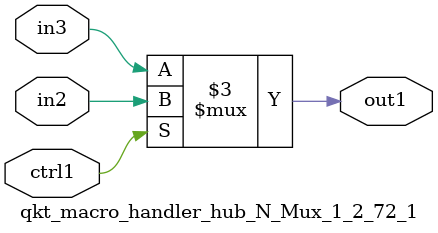
<source format=v>

`timescale 1ps / 1ps


module qkt_macro_handler_hub_N_Mux_1_2_72_1( in3, in2, ctrl1, out1 );

    input in3;
    input in2;
    input ctrl1;
    output out1;
    reg out1;

    
    // rtl_process:qkt_macro_handler_hub_N_Mux_1_2_72_1/qkt_macro_handler_hub_N_Mux_1_2_72_1_thread_1
    always @*
      begin : qkt_macro_handler_hub_N_Mux_1_2_72_1_thread_1
        case (ctrl1) 
          1'b1: 
            begin
              out1 = in2;
            end
          default: 
            begin
              out1 = in3;
            end
        endcase
      end

endmodule



</source>
